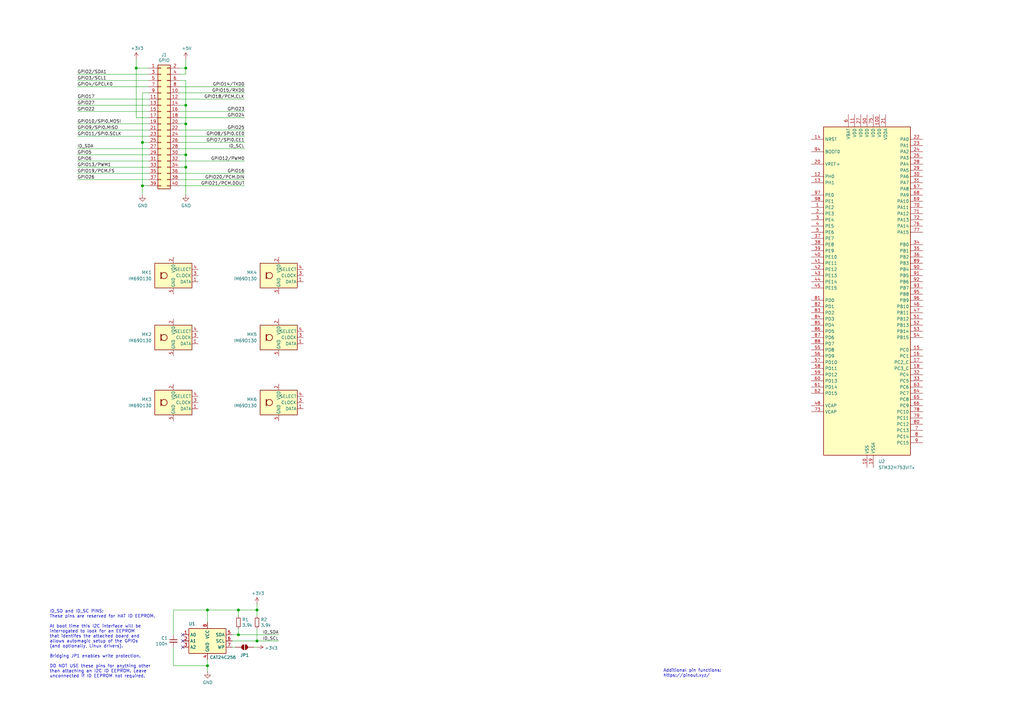
<source format=kicad_sch>
(kicad_sch (version 20250114) (generator "eeschema") (generator_version "9.0")
  (paper "A3")
  (title_block (date "15 nov 2012"))
  (lib_symbols
    (symbol "Connector_Generic:Conn_02x20_Odd_Even" (pin_names (offset 1.016) (hide yes))
      (property "Reference" "J" (at 1.27 25.4 0))
      (property "Value" "Conn_02x20_Odd_Even" (at 1.27 -27.94 0))
      (symbol "Conn_02x20_Odd_Even_1_1"
        (rectangle (start -1.27 24.13) (end 3.81 -26.67) (stroke (width 0.254)) (fill (type background)))
        (rectangle (start -1.27 22.987) (end 0 22.733) (stroke (width 0.1524)))
        (rectangle (start -1.27 20.447) (end 0 20.193) (stroke (width 0.1524)))
        (rectangle (start -1.27 17.907) (end 0 17.653) (stroke (width 0.1524)))
        (rectangle (start -1.27 15.367) (end 0 15.113) (stroke (width 0.1524)))
        (rectangle (start -1.27 12.827) (end 0 12.573) (stroke (width 0.1524)))
        (rectangle (start -1.27 10.287) (end 0 10.033) (stroke (width 0.1524)))
        (rectangle (start -1.27 7.747) (end 0 7.493) (stroke (width 0.1524)))
        (rectangle (start -1.27 5.207) (end 0 4.953) (stroke (width 0.1524)))
        (rectangle (start -1.27 2.667) (end 0 2.413) (stroke (width 0.1524)))
        (rectangle (start -1.27 0.127) (end 0 -0.127) (stroke (width 0.1524)))
        (rectangle (start -1.27 -2.413) (end 0 -2.667) (stroke (width 0.1524)))
        (rectangle (start -1.27 -4.953) (end 0 -5.207) (stroke (width 0.1524)))
        (rectangle (start -1.27 -7.493) (end 0 -7.747) (stroke (width 0.1524)))
        (rectangle (start -1.27 -10.033) (end 0 -10.287) (stroke (width 0.1524)))
        (rectangle (start -1.27 -12.573) (end 0 -12.827) (stroke (width 0.1524)))
        (rectangle (start -1.27 -15.113) (end 0 -15.367) (stroke (width 0.1524)))
        (rectangle (start -1.27 -17.653) (end 0 -17.907) (stroke (width 0.1524)))
        (rectangle (start -1.27 -20.193) (end 0 -20.447) (stroke (width 0.1524)))
        (rectangle (start -1.27 -22.733) (end 0 -22.987) (stroke (width 0.1524)))
        (rectangle (start -1.27 -25.273) (end 0 -25.527) (stroke (width 0.1524)))
        (rectangle (start 3.81 22.987) (end 2.54 22.733) (stroke (width 0.1524)))
        (rectangle (start 3.81 20.447) (end 2.54 20.193) (stroke (width 0.1524)))
        (rectangle (start 3.81 17.907) (end 2.54 17.653) (stroke (width 0.1524)))
        (rectangle (start 3.81 15.367) (end 2.54 15.113) (stroke (width 0.1524)))
        (rectangle (start 3.81 12.827) (end 2.54 12.573) (stroke (width 0.1524)))
        (rectangle (start 3.81 10.287) (end 2.54 10.033) (stroke (width 0.1524)))
        (rectangle (start 3.81 7.747) (end 2.54 7.493) (stroke (width 0.1524)))
        (rectangle (start 3.81 5.207) (end 2.54 4.953) (stroke (width 0.1524)))
        (rectangle (start 3.81 2.667) (end 2.54 2.413) (stroke (width 0.1524)))
        (rectangle (start 3.81 0.127) (end 2.54 -0.127) (stroke (width 0.1524)))
        (rectangle (start 3.81 -2.413) (end 2.54 -2.667) (stroke (width 0.1524)))
        (rectangle (start 3.81 -4.953) (end 2.54 -5.207) (stroke (width 0.1524)))
        (rectangle (start 3.81 -7.493) (end 2.54 -7.747) (stroke (width 0.1524)))
        (rectangle (start 3.81 -10.033) (end 2.54 -10.287) (stroke (width 0.1524)))
        (rectangle (start 3.81 -12.573) (end 2.54 -12.827) (stroke (width 0.1524)))
        (rectangle (start 3.81 -15.113) (end 2.54 -15.367) (stroke (width 0.1524)))
        (rectangle (start 3.81 -17.653) (end 2.54 -17.907) (stroke (width 0.1524)))
        (rectangle (start 3.81 -20.193) (end 2.54 -20.447) (stroke (width 0.1524)))
        (rectangle (start 3.81 -22.733) (end 2.54 -22.987) (stroke (width 0.1524)))
        (rectangle (start 3.81 -25.273) (end 2.54 -25.527) (stroke (width 0.1524)))
        (pin passive line (at -5.08 22.86 0) (length 3.81) (name "Pin_1") (number "1"))
        (pin passive line (at -5.08 20.32 0) (length 3.81) (name "Pin_3") (number "3"))
        (pin passive line (at -5.08 17.78 0) (length 3.81) (name "Pin_5") (number "5"))
        (pin passive line (at -5.08 15.24 0) (length 3.81) (name "Pin_7") (number "7"))
        (pin passive line (at -5.08 12.7 0) (length 3.81) (name "Pin_9") (number "9"))
        (pin passive line (at -5.08 10.16 0) (length 3.81) (name "Pin_11") (number "11"))
        (pin passive line (at -5.08 7.62 0) (length 3.81) (name "Pin_13") (number "13"))
        (pin passive line (at -5.08 5.08 0) (length 3.81) (name "Pin_15") (number "15"))
        (pin passive line (at -5.08 2.54 0) (length 3.81) (name "Pin_17") (number "17"))
        (pin passive line (at -5.08 0 0) (length 3.81) (name "Pin_19") (number "19"))
        (pin passive line (at -5.08 -2.54 0) (length 3.81) (name "Pin_21") (number "21"))
        (pin passive line (at -5.08 -5.08 0) (length 3.81) (name "Pin_23") (number "23"))
        (pin passive line (at -5.08 -7.62 0) (length 3.81) (name "Pin_25") (number "25"))
        (pin passive line (at -5.08 -10.16 0) (length 3.81) (name "Pin_27") (number "27"))
        (pin passive line (at -5.08 -12.7 0) (length 3.81) (name "Pin_29") (number "29"))
        (pin passive line (at -5.08 -15.24 0) (length 3.81) (name "Pin_31") (number "31"))
        (pin passive line (at -5.08 -17.78 0) (length 3.81) (name "Pin_33") (number "33"))
        (pin passive line (at -5.08 -20.32 0) (length 3.81) (name "Pin_35") (number "35"))
        (pin passive line (at -5.08 -22.86 0) (length 3.81) (name "Pin_37") (number "37"))
        (pin passive line (at -5.08 -25.4 0) (length 3.81) (name "Pin_39") (number "39"))
        (pin passive line (at 7.62 22.86 180) (length 3.81) (name "Pin_2") (number "2"))
        (pin passive line (at 7.62 20.32 180) (length 3.81) (name "Pin_4") (number "4"))
        (pin passive line (at 7.62 17.78 180) (length 3.81) (name "Pin_6") (number "6"))
        (pin passive line (at 7.62 15.24 180) (length 3.81) (name "Pin_8") (number "8"))
        (pin passive line (at 7.62 12.7 180) (length 3.81) (name "Pin_10") (number "10"))
        (pin passive line (at 7.62 10.16 180) (length 3.81) (name "Pin_12") (number "12"))
        (pin passive line (at 7.62 7.62 180) (length 3.81) (name "Pin_14") (number "14"))
        (pin passive line (at 7.62 5.08 180) (length 3.81) (name "Pin_16") (number "16"))
        (pin passive line (at 7.62 2.54 180) (length 3.81) (name "Pin_18") (number "18"))
        (pin passive line (at 7.62 0 180) (length 3.81) (name "Pin_20") (number "20"))
        (pin passive line (at 7.62 -2.54 180) (length 3.81) (name "Pin_22") (number "22"))
        (pin passive line (at 7.62 -5.08 180) (length 3.81) (name "Pin_24") (number "24"))
        (pin passive line (at 7.62 -7.62 180) (length 3.81) (name "Pin_26") (number "26"))
        (pin passive line (at 7.62 -10.16 180) (length 3.81) (name "Pin_28") (number "28"))
        (pin passive line (at 7.62 -12.7 180) (length 3.81) (name "Pin_30") (number "30"))
        (pin passive line (at 7.62 -15.24 180) (length 3.81) (name "Pin_32") (number "32"))
        (pin passive line (at 7.62 -17.78 180) (length 3.81) (name "Pin_34") (number "34"))
        (pin passive line (at 7.62 -20.32 180) (length 3.81) (name "Pin_36") (number "36"))
        (pin passive line (at 7.62 -22.86 180) (length 3.81) (name "Pin_38") (number "38"))
        (pin passive line (at 7.62 -25.4 180) (length 3.81) (name "Pin_40") (number "40"))
      )
    )
    (symbol "Device:C_Small" (pin_numbers (hide yes)) (pin_names (offset 0.254) (hide yes))
      (property "Reference" "C" (at 0.254 1.778 0))
      (property "Value" "C_Small" (at 0.254 -2.032 0))
      (symbol "C_Small_0_1"
        (polyline (pts (xy -1.524 0.508) (xy 1.524 0.508)) (stroke (width 0.3048)))
        (polyline (pts (xy -1.524 -0.508) (xy 1.524 -0.508)) (stroke (width 0.3302)))
      )
      (symbol "C_Small_1_1"
        (pin passive line (at 0 2.54 270) (length 2.032) (name "~") (number "1"))
        (pin passive line (at 0 -2.54 90) (length 2.032) (name "~") (number "2"))
      )
    )
    (symbol "Device:R_Small" (pin_numbers (hide yes)) (pin_names (offset 0.254) (hide yes))
      (property "Reference" "R" (at 0.762 0.508 0))
      (property "Value" "R_Small" (at 0.762 -1.016 0))
      (symbol "R_Small_0_1"
        (rectangle (start -0.762 1.778) (end 0.762 -1.778) (stroke (width 0.2032)))
      )
      (symbol "R_Small_1_1"
        (pin passive line (at 0 2.54 270) (length 0.762) (name "~") (number "1"))
        (pin passive line (at 0 -2.54 90) (length 0.762) (name "~") (number "2"))
      )
    )
    (symbol "Jumper:SolderJumper_2_Open" (pin_numbers (hide yes)) (pin_names (offset 0) (hide yes)) (exclude_from_sim yes) (in_bom no)
      (property "Reference" "JP" (at 0 2.032 0))
      (property "Value" "SolderJumper_2_Open" (at 0 -2.54 0))
      (symbol "SolderJumper_2_Open_0_1"
        (polyline (pts (xy -0.254 1.016) (xy -0.254 -1.016)))
        (arc (start -0.254 -1.016) (mid -1.2656 0) (end -0.254 1.016))
        (arc (start -0.254 -1.016) (mid -1.2656 0) (end -0.254 1.016) (fill (type outline)))
        (arc (start 0.254 1.016) (mid 1.2656 0) (end 0.254 -1.016))
        (arc (start 0.254 1.016) (mid 1.2656 0) (end 0.254 -1.016) (fill (type outline)))
        (polyline (pts (xy 0.254 1.016) (xy 0.254 -1.016)))
      )
      (symbol "SolderJumper_2_Open_1_1"
        (pin passive line (at -3.81 0 0) (length 2.54) (name "A") (number "1"))
        (pin passive line (at 3.81 0 180) (length 2.54) (name "B") (number "2"))
      )
    )
    (symbol "MCU_ST_STM32H7:STM32H753VITx"
      (property "Reference" "U" (at -17.78 69.85 0))
      (property "Value" "STM32H753VITx" (at 10.16 69.85 0))
      (symbol "STM32H753VITx_0_1"
        (rectangle (start -17.78 -66.04) (end 17.78 68.58) (stroke (width 0.254)) (fill (type background)))
      )
      (symbol "STM32H753VITx_1_1"
        (pin input line (at -22.86 63.5 0) (length 5.08) (name "NRST") (number "14"))
        (pin input line (at -22.86 58.42 0) (length 5.08) (name "BOOT0") (number "94"))
        (pin input line (at -22.86 53.34 0) (length 5.08) (name "VREF+") (number "20"))
        (pin bidirectional line (at -22.86 48.26 0) (length 5.08) (name "PH0") (number "12"))
        (pin bidirectional line (at -22.86 45.72 0) (length 5.08) (name "PH1") (number "13"))
        (pin bidirectional line (at -22.86 40.64 0) (length 5.08) (name "PE0") (number "97"))
        (pin bidirectional line (at -22.86 38.1 0) (length 5.08) (name "PE1") (number "98"))
        (pin bidirectional line (at -22.86 35.56 0) (length 5.08) (name "PE2") (number "1"))
        (pin bidirectional line (at -22.86 33.02 0) (length 5.08) (name "PE3") (number "2"))
        (pin bidirectional line (at -22.86 30.48 0) (length 5.08) (name "PE4") (number "3"))
        (pin bidirectional line (at -22.86 27.94 0) (length 5.08) (name "PE5") (number "4"))
        (pin bidirectional line (at -22.86 25.4 0) (length 5.08) (name "PE6") (number "5"))
        (pin bidirectional line (at -22.86 22.86 0) (length 5.08) (name "PE7") (number "37"))
        (pin bidirectional line (at -22.86 20.32 0) (length 5.08) (name "PE8") (number "38"))
        (pin bidirectional line (at -22.86 17.78 0) (length 5.08) (name "PE9") (number "39"))
        (pin bidirectional line (at -22.86 15.24 0) (length 5.08) (name "PE10") (number "40"))
        (pin bidirectional line (at -22.86 12.7 0) (length 5.08) (name "PE11") (number "41"))
        (pin bidirectional line (at -22.86 10.16 0) (length 5.08) (name "PE12") (number "42"))
        (pin bidirectional line (at -22.86 7.62 0) (length 5.08) (name "PE13") (number "43"))
        (pin bidirectional line (at -22.86 5.08 0) (length 5.08) (name "PE14") (number "44"))
        (pin bidirectional line (at -22.86 2.54 0) (length 5.08) (name "PE15") (number "45"))
        (pin bidirectional line (at -22.86 -2.54 0) (length 5.08) (name "PD0") (number "81"))
        (pin bidirectional line (at -22.86 -5.08 0) (length 5.08) (name "PD1") (number "82"))
        (pin bidirectional line (at -22.86 -7.62 0) (length 5.08) (name "PD2") (number "83"))
        (pin bidirectional line (at -22.86 -10.16 0) (length 5.08) (name "PD3") (number "84"))
        (pin bidirectional line (at -22.86 -12.7 0) (length 5.08) (name "PD4") (number "85"))
        (pin bidirectional line (at -22.86 -15.24 0) (length 5.08) (name "PD5") (number "86"))
        (pin bidirectional line (at -22.86 -17.78 0) (length 5.08) (name "PD6") (number "87"))
        (pin bidirectional line (at -22.86 -20.32 0) (length 5.08) (name "PD7") (number "88"))
        (pin bidirectional line (at -22.86 -22.86 0) (length 5.08) (name "PD8") (number "55"))
        (pin bidirectional line (at -22.86 -25.4 0) (length 5.08) (name "PD9") (number "56"))
        (pin bidirectional line (at -22.86 -27.94 0) (length 5.08) (name "PD10") (number "57"))
        (pin bidirectional line (at -22.86 -30.48 0) (length 5.08) (name "PD11") (number "58"))
        (pin bidirectional line (at -22.86 -33.02 0) (length 5.08) (name "PD12") (number "59"))
        (pin bidirectional line (at -22.86 -35.56 0) (length 5.08) (name "PD13") (number "60"))
        (pin bidirectional line (at -22.86 -38.1 0) (length 5.08) (name "PD14") (number "61"))
        (pin bidirectional line (at -22.86 -40.64 0) (length 5.08) (name "PD15") (number "62"))
        (pin power_out line (at -22.86 -45.72 0) (length 5.08) (name "VCAP") (number "48"))
        (pin power_out line (at -22.86 -48.26 0) (length 5.08) (name "VCAP") (number "73"))
        (pin power_in line (at -7.62 73.66 270) (length 5.08) (name "VBAT") (number "6"))
        (pin power_in line (at -5.08 73.66 270) (length 5.08) (name "VDD") (number "11"))
        (pin power_in line (at -2.54 73.66 270) (length 5.08) (name "VDD") (number "27"))
        (pin power_in line (at 0 73.66 270) (length 5.08) (name "VDD") (number "50"))
        (pin power_in line (at 0 -71.12 90) (length 5.08) (name "VSS") (number "10"))
        (pin passive line (at 0 -71.12 90) (length 5.08) (hide yes) (name "VSS") (number "26"))
        (pin passive line (at 0 -71.12 90) (length 5.08) (hide yes) (name "VSS") (number "49"))
        (pin passive line (at 0 -71.12 90) (length 5.08) (hide yes) (name "VSS") (number "74"))
        (pin passive line (at 0 -71.12 90) (length 5.08) (hide yes) (name "VSS") (number "99"))
        (pin power_in line (at 2.54 73.66 270) (length 5.08) (name "VDD") (number "75"))
        (pin power_in line (at 2.54 -71.12 90) (length 5.08) (name "VSSA") (number "19"))
        (pin power_in line (at 5.08 73.66 270) (length 5.08) (name "VDD") (number "100"))
        (pin power_in line (at 7.62 73.66 270) (length 5.08) (name "VDDA") (number "21"))
        (pin bidirectional line (at 22.86 63.5 180) (length 5.08) (name "PA0") (number "22"))
        (pin bidirectional line (at 22.86 60.96 180) (length 5.08) (name "PA1") (number "23"))
        (pin bidirectional line (at 22.86 58.42 180) (length 5.08) (name "PA2") (number "24"))
        (pin bidirectional line (at 22.86 55.88 180) (length 5.08) (name "PA3") (number "25"))
        (pin bidirectional line (at 22.86 53.34 180) (length 5.08) (name "PA4") (number "28"))
        (pin bidirectional line (at 22.86 50.8 180) (length 5.08) (name "PA5") (number "29"))
        (pin bidirectional line (at 22.86 48.26 180) (length 5.08) (name "PA6") (number "30"))
        (pin bidirectional line (at 22.86 45.72 180) (length 5.08) (name "PA7") (number "31"))
        (pin bidirectional line (at 22.86 43.18 180) (length 5.08) (name "PA8") (number "67"))
        (pin bidirectional line (at 22.86 40.64 180) (length 5.08) (name "PA9") (number "68"))
        (pin bidirectional line (at 22.86 38.1 180) (length 5.08) (name "PA10") (number "69"))
        (pin bidirectional line (at 22.86 35.56 180) (length 5.08) (name "PA11") (number "70"))
        (pin bidirectional line (at 22.86 33.02 180) (length 5.08) (name "PA12") (number "71"))
        (pin bidirectional line (at 22.86 30.48 180) (length 5.08) (name "PA13") (number "72"))
        (pin bidirectional line (at 22.86 27.94 180) (length 5.08) (name "PA14") (number "76"))
        (pin bidirectional line (at 22.86 25.4 180) (length 5.08) (name "PA15") (number "77"))
        (pin bidirectional line (at 22.86 20.32 180) (length 5.08) (name "PB0") (number "34"))
        (pin bidirectional line (at 22.86 17.78 180) (length 5.08) (name "PB1") (number "35"))
        (pin bidirectional line (at 22.86 15.24 180) (length 5.08) (name "PB2") (number "36"))
        (pin bidirectional line (at 22.86 12.7 180) (length 5.08) (name "PB3") (number "89"))
        (pin bidirectional line (at 22.86 10.16 180) (length 5.08) (name "PB4") (number "90"))
        (pin bidirectional line (at 22.86 7.62 180) (length 5.08) (name "PB5") (number "91"))
        (pin bidirectional line (at 22.86 5.08 180) (length 5.08) (name "PB6") (number "92"))
        (pin bidirectional line (at 22.86 2.54 180) (length 5.08) (name "PB7") (number "93"))
        (pin bidirectional line (at 22.86 0 180) (length 5.08) (name "PB8") (number "95"))
        (pin bidirectional line (at 22.86 -2.54 180) (length 5.08) (name "PB9") (number "96"))
        (pin bidirectional line (at 22.86 -5.08 180) (length 5.08) (name "PB10") (number "46"))
        (pin bidirectional line (at 22.86 -7.62 180) (length 5.08) (name "PB11") (number "47"))
        (pin bidirectional line (at 22.86 -10.16 180) (length 5.08) (name "PB12") (number "51"))
        (pin bidirectional line (at 22.86 -12.7 180) (length 5.08) (name "PB13") (number "52"))
        (pin bidirectional line (at 22.86 -15.24 180) (length 5.08) (name "PB14") (number "53"))
        (pin bidirectional line (at 22.86 -17.78 180) (length 5.08) (name "PB15") (number "54"))
        (pin bidirectional line (at 22.86 -22.86 180) (length 5.08) (name "PC0") (number "15"))
        (pin bidirectional line (at 22.86 -25.4 180) (length 5.08) (name "PC1") (number "16"))
        (pin bidirectional line (at 22.86 -27.94 180) (length 5.08) (name "PC2_C") (number "17"))
        (pin bidirectional line (at 22.86 -30.48 180) (length 5.08) (name "PC3_C") (number "18"))
        (pin bidirectional line (at 22.86 -33.02 180) (length 5.08) (name "PC4") (number "32"))
        (pin bidirectional line (at 22.86 -35.56 180) (length 5.08) (name "PC5") (number "33"))
        (pin bidirectional line (at 22.86 -38.1 180) (length 5.08) (name "PC6") (number "63"))
        (pin bidirectional line (at 22.86 -40.64 180) (length 5.08) (name "PC7") (number "64"))
        (pin bidirectional line (at 22.86 -43.18 180) (length 5.08) (name "PC8") (number "65"))
        (pin bidirectional line (at 22.86 -45.72 180) (length 5.08) (name "PC9") (number "66"))
        (pin bidirectional line (at 22.86 -48.26 180) (length 5.08) (name "PC10") (number "78"))
        (pin bidirectional line (at 22.86 -50.8 180) (length 5.08) (name "PC11") (number "79"))
        (pin bidirectional line (at 22.86 -53.34 180) (length 5.08) (name "PC12") (number "80"))
        (pin bidirectional line (at 22.86 -55.88 180) (length 5.08) (name "PC13") (number "7"))
        (pin bidirectional line (at 22.86 -58.42 180) (length 5.08) (name "PC14") (number "8"))
        (pin bidirectional line (at 22.86 -60.96 180) (length 5.08) (name "PC15") (number "9"))
      )
    )
    (symbol "Memory_EEPROM:CAT24C256"
      (property "Reference" "U" (at -6.35 6.35 0))
      (property "Value" "CAT24C256" (at 1.27 6.35 0))
      (symbol "CAT24C256_1_1"
        (rectangle (start -7.62 5.08) (end 7.62 -5.08) (stroke (width 0.254)) (fill (type background)))
        (pin input line (at -10.16 2.54 0) (length 2.54) (name "A0") (number "1"))
        (pin input line (at -10.16 0 0) (length 2.54) (name "A1") (number "2"))
        (pin input line (at -10.16 -2.54 0) (length 2.54) (name "A2") (number "3"))
        (pin power_in line (at 0 7.62 270) (length 2.54) (name "VCC") (number "8"))
        (pin power_in line (at 0 -7.62 90) (length 2.54) (name "GND") (number "4"))
        (pin bidirectional line (at 10.16 2.54 180) (length 2.54) (name "SDA") (number "5"))
        (pin input line (at 10.16 0 180) (length 2.54) (name "SCL") (number "6"))
        (pin input line (at 10.16 -2.54 180) (length 2.54) (name "WP") (number "7"))
      )
    )
    (symbol "Sensor_Audio:IM69D130" (pin_names (offset 0.254))
      (property "Reference" "MK" (at -7.62 6.35 0))
      (property "Value" "IM69D130" (at 1.27 6.35 0))
      (symbol "IM69D130_0_1"
        (rectangle (start -7.62 5.08) (end 7.62 -5.08) (stroke (width 0.254)) (fill (type background)))
        (polyline (pts (xy -5.08 1.27) (xy -5.08 -1.27)) (stroke (width 0.381)))
        (circle (center -3.81 0) (radius 1.27) (stroke (width 0.254)))
      )
      (symbol "IM69D130_1_1"
        (pin power_in line (at 0 7.62 270) (length 2.54) (name "VDD") (number "2"))
        (pin power_in line (at 0 -7.62 90) (length 2.54) (name "GND") (number "5"))
        (pin input line (at 10.16 2.54 180) (length 2.54) (name "SELECT") (number "4"))
        (pin input line (at 10.16 0 180) (length 2.54) (name "CLOCK") (number "3"))
        (pin output line (at 10.16 -2.54 180) (length 2.54) (name "DATA") (number "1"))
      )
    )
    (symbol "power:+3.3V" (power) (pin_numbers (hide yes)) (pin_names (offset 0) (hide yes))
      (property "Value" "+3.3V" (at 0 3.556 0))
      (symbol "+3.3V_0_1"
        (polyline (pts (xy -0.762 1.27) (xy 0 2.54)))
        (polyline (pts (xy 0 2.54) (xy 0.762 1.27)))
        (polyline (pts (xy 0 0) (xy 0 2.54)))
      )
      (symbol "+3.3V_1_1"
        (pin power_in line (at 0 0 90) (length 0) (name "~") (number "1"))
      )
    )
    (symbol "power:+5V" (power) (pin_numbers (hide yes)) (pin_names (offset 0) (hide yes))
      (property "Value" "+5V" (at 0 3.556 0))
      (symbol "+5V_0_1"
        (polyline (pts (xy -0.762 1.27) (xy 0 2.54)))
        (polyline (pts (xy 0 2.54) (xy 0.762 1.27)))
        (polyline (pts (xy 0 0) (xy 0 2.54)))
      )
      (symbol "+5V_1_1"
        (pin power_in line (at 0 0 90) (length 0) (name "~") (number "1"))
      )
    )
    (symbol "power:GND" (power) (pin_numbers (hide yes)) (pin_names (offset 0) (hide yes))
      (property "Value" "GND" (at 0 -3.81 0))
      (symbol "GND_0_1"
        (polyline (pts (xy 0 0) (xy 0 -1.27) (xy 1.27 -1.27) (xy 0 -2.54) (xy -1.27 -1.27) (xy 0 -1.27)))
      )
      (symbol "GND_1_1"
        (pin power_in line (at 0 0 270) (length 0) (name "~") (number "1"))
      )
    )
  )
  (text "Additional pin functions:\nhttps://pinout.xyz/" (at 272.034 277.876 0) (effects (font (size 1.27 1.27)) (justify left bottom)))
  (text "ID_SD and ID_SC PINS:\nThese pins are reserved for HAT ID EEPROM.\n\nAt boot time this I2C interface will be\ninterrogated to look for an EEPROM\nthat identifes the attached board and\nallows automagic setup of the GPIOs\n(and optionally, Linux drivers).\n\nBridging JP1 enables write protection.\n\nDO NOT USE these pins for anything other\nthan attaching an I2C ID EEPROM. Leave\nunconnected if ID EEPROM not required." (at 20.32 278.13 0) (effects (font (size 1.27 1.27)) (justify left bottom)))
  (junction (at 97.79 260.35) (diameter 1.016))
  (junction (at 76.2 27.94) (diameter 1.016))
  (junction (at 85.09 273.05) (diameter 1.016))
  (junction (at 76.2 43.18) (diameter 1.016))
  (junction (at 85.09 250.19) (diameter 1.016))
  (junction (at 105.41 250.19) (diameter 1.016))
  (junction (at 58.42 76.2) (diameter 1.016))
  (junction (at 58.42 58.42) (diameter 1.016))
  (junction (at 76.2 68.58) (diameter 1.016))
  (junction (at 76.2 63.5) (diameter 1.016))
  (junction (at 76.2 50.8) (diameter 1.016))
  (junction (at 105.41 262.89) (diameter 1.016))
  (junction (at 55.88 27.94) (diameter 1.016))
  (junction (at 97.79 250.19) (diameter 1.016))
  (no_connect (at 74.93 260.35))
  (no_connect (at 74.93 262.89))
  (no_connect (at 74.93 265.43))
  (wire (pts (xy 58.42 58.42) (xy 58.42 76.2)))
  (wire (pts (xy 73.66 58.42) (xy 100.33 58.42)))
  (wire (pts (xy 60.96 40.64) (xy 31.75 40.64)))
  (wire (pts (xy 85.09 250.19) (xy 97.79 250.19)))
  (wire (pts (xy 105.41 250.19) (xy 97.79 250.19)))
  (wire (pts (xy 105.41 252.73) (xy 105.41 250.19)))
  (wire (pts (xy 76.2 33.02) (xy 76.2 43.18)))
  (wire (pts (xy 76.2 50.8) (xy 73.66 50.8)))
  (wire (pts (xy 76.2 63.5) (xy 76.2 68.58)))
  (wire (pts (xy 76.2 50.8) (xy 76.2 63.5)))
  (wire (pts (xy 73.66 35.56) (xy 100.33 35.56)))
  (wire (pts (xy 58.42 38.1) (xy 58.42 58.42)))
  (wire (pts (xy 95.25 260.35) (xy 97.79 260.35)))
  (wire (pts (xy 97.79 260.35) (xy 114.3 260.35)))
  (wire (pts (xy 58.42 38.1) (xy 60.96 38.1)))
  (wire (pts (xy 95.25 265.43) (xy 96.52 265.43)))
  (wire (pts (xy 104.14 265.43) (xy 105.41 265.43)))
  (wire (pts (xy 73.66 55.88) (xy 100.33 55.88)))
  (wire (pts (xy 60.96 60.96) (xy 31.75 60.96)))
  (wire (pts (xy 31.75 63.5) (xy 60.96 63.5)))
  (wire (pts (xy 58.42 58.42) (xy 60.96 58.42)))
  (wire (pts (xy 105.41 247.65) (xy 105.41 250.19)))
  (wire (pts (xy 73.66 45.72) (xy 100.33 45.72)))
  (wire (pts (xy 85.09 250.19) (xy 85.09 255.27)))
  (wire (pts (xy 73.66 76.2) (xy 100.33 76.2)))
  (wire (pts (xy 58.42 76.2) (xy 58.42 80.01)))
  (wire (pts (xy 31.75 43.18) (xy 60.96 43.18)))
  (wire (pts (xy 105.41 257.81) (xy 105.41 262.89)))
  (wire (pts (xy 55.88 24.13) (xy 55.88 27.94)))
  (wire (pts (xy 76.2 68.58) (xy 73.66 68.58)))
  (wire (pts (xy 31.75 33.02) (xy 60.96 33.02)))
  (wire (pts (xy 31.75 55.88) (xy 60.96 55.88)))
  (wire (pts (xy 55.88 48.26) (xy 60.96 48.26)))
  (wire (pts (xy 60.96 30.48) (xy 31.75 30.48)))
  (wire (pts (xy 76.2 27.94) (xy 76.2 30.48)))
  (wire (pts (xy 76.2 43.18) (xy 76.2 50.8)))
  (wire (pts (xy 73.66 40.64) (xy 100.33 40.64)))
  (wire (pts (xy 76.2 43.18) (xy 73.66 43.18)))
  (wire (pts (xy 76.2 24.13) (xy 76.2 27.94)))
  (wire (pts (xy 31.75 35.56) (xy 60.96 35.56)))
  (wire (pts (xy 97.79 250.19) (xy 97.79 252.73)))
  (wire (pts (xy 76.2 27.94) (xy 73.66 27.94)))
  (wire (pts (xy 55.88 27.94) (xy 55.88 48.26)))
  (wire (pts (xy 73.66 48.26) (xy 100.33 48.26)))
  (wire (pts (xy 73.66 38.1) (xy 100.33 38.1)))
  (wire (pts (xy 97.79 257.81) (xy 97.79 260.35)))
  (wire (pts (xy 95.25 262.89) (xy 105.41 262.89)))
  (wire (pts (xy 105.41 262.89) (xy 114.3 262.89)))
  (wire (pts (xy 31.75 45.72) (xy 60.96 45.72)))
  (wire (pts (xy 31.75 53.34) (xy 60.96 53.34)))
  (wire (pts (xy 31.75 66.04) (xy 60.96 66.04)))
  (wire (pts (xy 76.2 30.48) (xy 73.66 30.48)))
  (wire (pts (xy 31.75 71.12) (xy 60.96 71.12)))
  (wire (pts (xy 73.66 71.12) (xy 100.33 71.12)))
  (wire (pts (xy 73.66 66.04) (xy 100.33 66.04)))
  (wire (pts (xy 58.42 76.2) (xy 60.96 76.2)))
  (wire (pts (xy 73.66 73.66) (xy 100.33 73.66)))
  (wire (pts (xy 76.2 33.02) (xy 73.66 33.02)))
  (wire (pts (xy 31.75 73.66) (xy 60.96 73.66)))
  (wire (pts (xy 71.12 250.19) (xy 71.12 260.35)))
  (wire (pts (xy 71.12 265.43) (xy 71.12 273.05)))
  (wire (pts (xy 71.12 273.05) (xy 85.09 273.05)))
  (wire (pts (xy 85.09 250.19) (xy 71.12 250.19)))
  (wire (pts (xy 85.09 270.51) (xy 85.09 273.05)))
  (wire (pts (xy 85.09 273.05) (xy 85.09 275.59)))
  (wire (pts (xy 76.2 68.58) (xy 76.2 80.01)))
  (wire (pts (xy 73.66 53.34) (xy 100.33 53.34)))
  (wire (pts (xy 60.96 68.58) (xy 31.75 68.58)))
  (wire (pts (xy 76.2 63.5) (xy 73.66 63.5)))
  (wire (pts (xy 55.88 27.94) (xy 60.96 27.94)))
  (wire (pts (xy 60.96 50.8) (xy 31.75 50.8)))
  (wire (pts (xy 73.66 60.96) (xy 100.33 60.96)))
  (label "ID_SDA" (at 31.75 60.96 0))
  (label "GPIO6" (at 31.75 66.04 0))
  (label "ID_SDA" (at 114.3 260.35 180))
  (label "ID_SCL" (at 100.33 60.96 180))
  (label "GPIO5" (at 31.75 63.5 0))
  (label "GPIO21{slash}PCM.DOUT" (at 100.33 76.2 180))
  (label "GPIO19{slash}PCM.FS" (at 31.75 71.12 0))
  (label "GPIO10{slash}SPI0.MOSI" (at 31.75 50.8 0))
  (label "GPIO9{slash}SPI0.MISO" (at 31.75 53.34 0))
  (label "GPIO23" (at 100.33 45.72 180))
  (label "GPIO4{slash}GPCLK0" (at 31.75 35.56 0))
  (label "GPIO27" (at 31.75 43.18 0))
  (label "GPIO26" (at 31.75 73.66 0))
  (label "GPIO14{slash}TXD0" (at 100.33 35.56 180))
  (label "GPIO8{slash}SPI0.CE0" (at 100.33 55.88 180))
  (label "GPIO15{slash}RXD0" (at 100.33 38.1 180))
  (label "GPIO16" (at 100.33 71.12 180))
  (label "GPIO22" (at 31.75 45.72 0))
  (label "GPIO2{slash}SDA1" (at 31.75 30.48 0))
  (label "GPIO17" (at 31.75 40.64 0))
  (label "GPIO25" (at 100.33 53.34 180))
  (label "GPIO3{slash}SCL1" (at 31.75 33.02 0))
  (label "GPIO18{slash}PCM.CLK" (at 100.33 40.64 180))
  (label "GPIO12{slash}PWM0" (at 100.33 66.04 180))
  (label "GPIO13{slash}PWM1" (at 31.75 68.58 0))
  (label "GPIO20{slash}PCM.DIN" (at 100.33 73.66 180))
  (label "GPIO24" (at 100.33 48.26 180))
  (label "GPIO7{slash}SPI0.CE1" (at 100.33 58.42 180))
  (label "ID_SCL" (at 114.3 262.89 180))
  (label "GPIO11{slash}SPI0.SCLK" (at 31.75 55.88 0))
  (symbol (lib_id "power:+5V") (at 76.2 24.13 0) (unit 1)
    (property "Reference" "#PWR01" (effects (hide yes)))
    (property "Value" "+5V" (at 76.5683 19.8056 0))
    (property "Description" "Power symbol creates a global label with name \"+5V\"" (effects (hide yes)))
  )
  (symbol (lib_id "power:+3.3V") (at 55.88 24.13 0) (unit 1)
    (property "Reference" "#PWR04" (effects (hide yes)))
    (property "Value" "+3V3" (at 56.2483 19.8056 0))
    (property "Description" "Power symbol creates a global label with name \"+3.3V\"" (effects (hide yes)))
  )
  (symbol (lib_id "power:GND") (at 76.2 80.01 0) (unit 1)
    (property "Reference" "#PWR02" (effects (hide yes)))
    (property "Value" "GND" (at 76.3143 84.3344 0))
    (property "Description" "Power symbol creates a global label with name \"GND\" , ground" (effects (hide yes)))
  )
  (symbol (lib_id "power:GND") (at 58.42 80.01 0) (unit 1)
    (property "Reference" "#PWR03" (effects (hide yes)))
    (property "Value" "GND" (at 58.5343 84.3344 0))
    (property "Description" "Power symbol creates a global label with name \"GND\" , ground" (effects (hide yes)))
  )
  (symbol (lib_id "Connector_Generic:Conn_02x20_Odd_Even") (at 66.04 50.8 0) (unit 1)
    (property "Reference" "J1" (at 67.31 22.4598 0))
    (property "Value" "GPIO" (at 67.31 24.765 0))
    (property "Footprint" "Connector_PinSocket_2.54mm:PinSocket_2x20_P2.54mm_Vertical" (effects (hide yes)))
    (property "Description" "Generic connector, double row, 02x20, odd/even pin numbering scheme (row 1 odd numbers, row 2 even numbers), script generated (kicad-library-utils/schlib/autogen/connector/)" (effects (hide yes)))
  )
  (symbol (lib_id "Sensor_Audio:IM69D130") (at 71.12 165.1 0) (unit 1)
    (property "Reference" "MK3" (at 62.23 163.8299 0) (effects (justify right)))
    (property "Value" "IM69D130" (at 62.23 166.3699 0) (effects (justify right)))
    (property "Footprint" "Sensor_Audio:Infineon_PG-LLGA-5-1" (effects (hide yes)))
    (property "Datasheet" "https://www.infineon.com/dgdl/Infineon-IM69D130-DS-v01_00-EN.pdf?fileId=5546d462602a9dc801607a0e46511a2e" (effects (hide yes)))
    (property "Description" "High performance digital XENSIV MEMS microphone, -36 dBFS Sensitivity, LLGA-5" (effects (hide yes)))
  )
  (symbol (lib_id "Device:C_Small") (at 71.12 262.89 0) (unit 1)
    (property "Reference" "C1" (at 68.7958 261.7406 0) (effects (justify right)))
    (property "Value" "100n" (at 68.7958 264.0393 0) (effects (justify right)))
    (property "Description" "Unpolarized capacitor, small symbol" (effects (hide yes)))
  )
  (symbol (lib_id "Sensor_Audio:IM69D130") (at 114.3 165.1 0) (unit 1)
    (property "Reference" "MK6" (at 105.41 163.8299 0) (effects (justify right)))
    (property "Value" "IM69D130" (at 105.41 166.3699 0) (effects (justify right)))
    (property "Footprint" "Sensor_Audio:Infineon_PG-LLGA-5-1" (effects (hide yes)))
    (property "Datasheet" "https://www.infineon.com/dgdl/Infineon-IM69D130-DS-v01_00-EN.pdf?fileId=5546d462602a9dc801607a0e46511a2e" (effects (hide yes)))
    (property "Description" "High performance digital XENSIV MEMS microphone, -36 dBFS Sensitivity, LLGA-5" (effects (hide yes)))
  )
  (symbol (lib_id "Device:R_Small") (at 97.79 255.27 0) (unit 1)
    (property "Reference" "R1" (at 99.2886 254.127 0) (effects (justify left)))
    (property "Value" "3.9k" (at 99.2887 256.4193 0) (effects (justify left)))
    (property "Description" "Resistor, small symbol" (effects (hide yes)))
  )
  (symbol (lib_id "Sensor_Audio:IM69D130") (at 114.3 113.03 0) (unit 1)
    (property "Reference" "MK4" (at 105.41 111.7599 0) (effects (justify right)))
    (property "Value" "IM69D130" (at 105.41 114.2999 0) (effects (justify right)))
    (property "Footprint" "Sensor_Audio:Infineon_PG-LLGA-5-1" (effects (hide yes)))
    (property "Datasheet" "https://www.infineon.com/dgdl/Infineon-IM69D130-DS-v01_00-EN.pdf?fileId=5546d462602a9dc801607a0e46511a2e" (effects (hide yes)))
    (property "Description" "High performance digital XENSIV MEMS microphone, -36 dBFS Sensitivity, LLGA-5" (effects (hide yes)))
  )
  (symbol (lib_id "Jumper:SolderJumper_2_Open") (at 100.33 265.43 0) (unit 1)
    (property "Reference" "JP1" (at 100.33 268.713 0))
    (property "Value" "ID_WP" (effects (hide yes)))
    (property "Description" "Solder Jumper, 2-pole, open" (effects (hide yes)))
  )
  (symbol (lib_id "Device:R_Small") (at 105.41 255.27 0) (unit 1)
    (property "Reference" "R2" (at 106.9086 254.127 0) (effects (justify left)))
    (property "Value" "3.9k" (at 106.9087 256.4193 0) (effects (justify left)))
    (property "Description" "Resistor, small symbol" (effects (hide yes)))
  )
  (symbol (lib_id "power:+3.3V") (at 105.41 247.65 0) (unit 1)
    (property "Reference" "#PWR0101" (effects (hide yes)))
    (property "Value" "+3V3" (at 105.7783 243.3256 0))
    (property "Description" "Power symbol creates a global label with name \"+3.3V\"" (effects (hide yes)))
  )
  (symbol (lib_id "Memory_EEPROM:CAT24C256") (at 85.09 262.89 0) (unit 1)
    (property "Reference" "U1" (at 78.74 255.8858 0))
    (property "Value" "CAT24C256" (at 91.44 269.6145 0))
    (property "Datasheet" "https://www.onsemi.cn/PowerSolutions/document/CAT24C256-D.PDF" (effects (hide yes)))
    (property "Description" "256 kb CMOS Serial EEPROM, DIP-8/SOIC-8/TSSOP-8/DFN-8" (effects (hide yes)))
  )
  (symbol (lib_id "MCU_ST_STM32H7:STM32H753VITx") (at 355.6 120.65 0) (unit 1)
    (property "Reference" "U2" (at 360.2833 189.23 0) (effects (justify left)))
    (property "Value" "STM32H753VITx" (at 360.2833 191.77 0) (effects (justify left)))
    (property "Footprint" "Package_QFP:LQFP-100_14x14mm_P0.5mm" (effects (hide yes)))
    (property "Datasheet" "https://www.st.com/resource/en/datasheet/stm32h753vi.pdf" (effects (hide yes)))
    (property "Description" "STMicroelectronics Arm Cortex-M7 MCU, 2048KB flash, 1024KB RAM, 480 MHz, 1.71-3.6V, 82 GPIO, LQFP100" (effects (hide yes)))
  )
  (symbol (lib_id "Sensor_Audio:IM69D130") (at 71.12 138.43 0) (unit 1)
    (property "Reference" "MK2" (at 62.23 137.1599 0) (effects (justify right)))
    (property "Value" "IM69D130" (at 62.23 139.6999 0) (effects (justify right)))
    (property "Footprint" "Sensor_Audio:Infineon_PG-LLGA-5-1" (effects (hide yes)))
    (property "Datasheet" "https://www.infineon.com/dgdl/Infineon-IM69D130-DS-v01_00-EN.pdf?fileId=5546d462602a9dc801607a0e46511a2e" (effects (hide yes)))
    (property "Description" "High performance digital XENSIV MEMS microphone, -36 dBFS Sensitivity, LLGA-5" (effects (hide yes)))
  )
  (symbol (lib_id "power:GND") (at 85.09 275.59 0) (unit 1)
    (property "Reference" "#PWR0102" (effects (hide yes)))
    (property "Value" "GND" (at 85.2043 279.9144 0))
    (property "Description" "Power symbol creates a global label with name \"GND\" , ground" (effects (hide yes)))
  )
  (symbol (lib_id "power:+3.3V") (at 105.41 265.43 270) (unit 1)
    (property "Reference" "#PWR0103" (effects (hide yes)))
    (property "Value" "+3V3" (at 108.5851 265.7983 90) (effects (justify left)))
    (property "Description" "Power symbol creates a global label with name \"+3.3V\"" (effects (hide yes)))
  )
  (symbol (lib_id "Sensor_Audio:IM69D130") (at 71.12 113.03 0) (unit 1)
    (property "Reference" "MK1" (at 62.23 111.7599 0) (effects (justify right)))
    (property "Value" "IM69D130" (at 62.23 114.2999 0) (effects (justify right)))
    (property "Footprint" "Sensor_Audio:Infineon_PG-LLGA-5-1" (effects (hide yes)))
    (property "Datasheet" "https://www.infineon.com/dgdl/Infineon-IM69D130-DS-v01_00-EN.pdf?fileId=5546d462602a9dc801607a0e46511a2e" (effects (hide yes)))
    (property "Description" "High performance digital XENSIV MEMS microphone, -36 dBFS Sensitivity, LLGA-5" (effects (hide yes)))
  )
  (symbol (lib_id "Sensor_Audio:IM69D130") (at 114.3 138.43 0) (unit 1)
    (property "Reference" "MK5" (at 105.41 137.1599 0) (effects (justify right)))
    (property "Value" "IM69D130" (at 105.41 139.6999 0) (effects (justify right)))
    (property "Footprint" "Sensor_Audio:Infineon_PG-LLGA-5-1" (effects (hide yes)))
    (property "Datasheet" "https://www.infineon.com/dgdl/Infineon-IM69D130-DS-v01_00-EN.pdf?fileId=5546d462602a9dc801607a0e46511a2e" (effects (hide yes)))
    (property "Description" "High performance digital XENSIV MEMS microphone, -36 dBFS Sensitivity, LLGA-5" (effects (hide yes)))
  )
)
</source>
